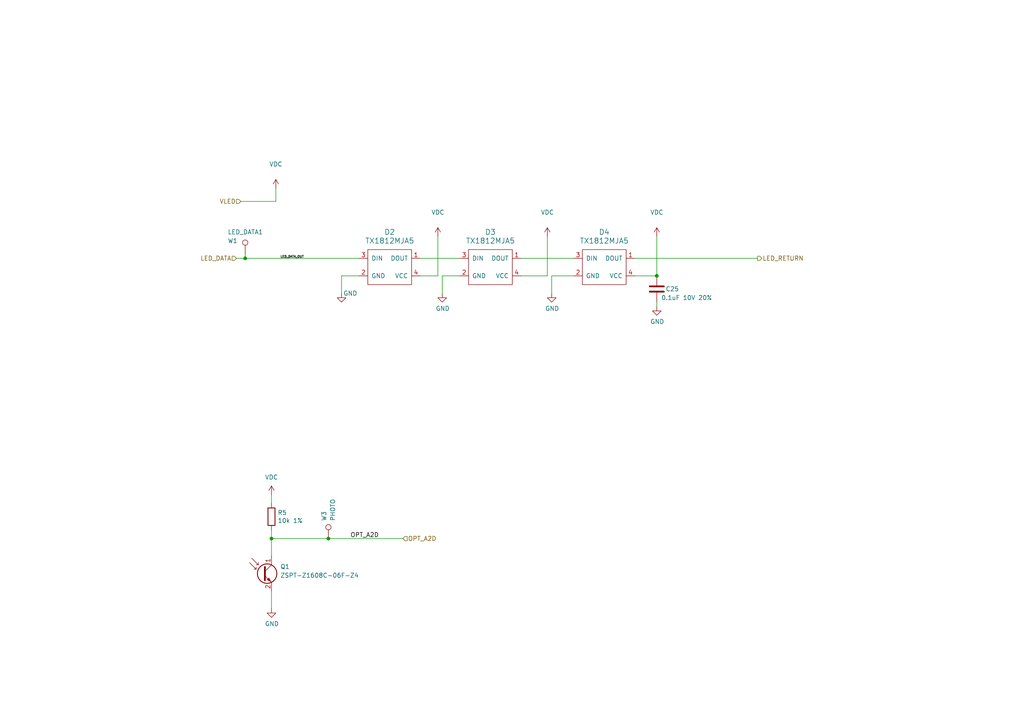
<source format=kicad_sch>
(kicad_sch (version 20250114) (generator "eeschema") (generator_version "9.0")
  (paper "A4")
  (title_block (title "Pixels D20 Schematic, Main") (date "2022-08-26") (rev "13") (company "Systemic Games, LLC") (comment 1 "LED Chain"))
  (lib_symbols
    (symbol "Device:C" (pin_numbers (hide yes)) (pin_names (offset 0.254))
      (property "Reference" "C" (at 0.635 2.54 0))
      (property "Value" "C" (at 0.635 -2.54 0))
      (symbol "C_0_1"
        (polyline (pts (xy -2.032 0.762) (xy 2.032 0.762)) (stroke (width 0.508)))
        (polyline (pts (xy -2.032 -0.762) (xy 2.032 -0.762)) (stroke (width 0.508)))
      )
      (symbol "C_1_1"
        (pin passive line (at 0 3.81 270) (length 2.794) (name "~") (number "1"))
        (pin passive line (at 0 -3.81 90) (length 2.794) (name "~") (number "2"))
      )
    )
    (symbol "Device:Q_Photo_NPN" (pin_names (offset 0) (hide yes))
      (property "Reference" "Q" (at 5.08 1.27 0))
      (property "Value" "Q_Photo_NPN" (at 5.08 -1.27 0))
      (symbol "Q_Photo_NPN_0_1"
        (polyline (pts (xy -3.81 3.175) (xy -1.905 1.27) (xy -1.905 1.905)))
        (polyline (pts (xy -3.175 4.445) (xy -1.27 2.54) (xy -1.27 3.175)))
        (polyline (pts (xy -1.905 1.27) (xy -2.54 1.27)))
        (polyline (pts (xy -1.27 2.54) (xy -1.905 2.54)))
        (polyline (pts (xy 0.635 1.905) (xy 0.635 -1.905) (xy 0.635 -1.905)) (stroke (width 0.508)))
        (polyline (pts (xy 0.635 0.635) (xy 2.54 2.54)))
        (polyline (pts (xy 0.635 -0.635) (xy 2.54 -2.54) (xy 2.54 -2.54)))
        (circle (center 1.27 0) (radius 2.8194) (stroke (width 0.254)))
        (polyline (pts (xy 1.27 -1.778) (xy 1.778 -1.27) (xy 2.286 -2.286) (xy 1.27 -1.778) (xy 1.27 -1.778)) (fill (type outline)))
      )
      (symbol "Q_Photo_NPN_1_1"
        (pin passive line (at 2.54 5.08 270) (length 2.54) (name "C") (number "1"))
        (pin passive line (at 2.54 -5.08 90) (length 2.54) (name "E") (number "2"))
      )
    )
    (symbol "Device:R" (pin_numbers (hide yes)) (pin_names (offset 0))
      (property "Reference" "R" (at 2.032 0 90))
      (property "Value" "R" (at 0 0 90))
      (symbol "R_0_1"
        (rectangle (start -1.016 -2.54) (end 1.016 2.54) (stroke (width 0.254)))
      )
      (symbol "R_1_1"
        (pin passive line (at 0 3.81 270) (length 1.27) (name "~") (number "1"))
        (pin passive line (at 0 -3.81 90) (length 1.27) (name "~") (number "2"))
      )
    )
    (symbol "Pixels-dice:TEST_1P-conn" (pin_numbers (hide yes)) (pin_names (offset 0.762) (hide yes))
      (property "Reference" "W" (at 0 6.858 0))
      (property "Value" "TEST_1P-conn" (at 0 5.08 0))
      (symbol "TEST_1P-conn_0_1"
        (circle (center 0 3.302) (radius 0.762))
      )
      (symbol "TEST_1P-conn_1_1"
        (pin passive line (at 0 0 90) (length 2.54) (name "1") (number "1"))
      )
    )
    (symbol "Pixels-dice:TX1812MJA5" (pin_names (offset 1.016))
      (property "Reference" "D" (at 0 -6.35 0))
      (property "Value" "TX1812MJA5" (at 0 6.35 0))
      (symbol "TX1812MJA5_0_1"
        (rectangle (start -6.35 5.08) (end 6.35 -5.08))
      )
      (symbol "TX1812MJA5_1_1"
        (pin input line (at -8.89 2.54 0) (length 2.54) (name "DIN") (number "3"))
        (pin power_in line (at -8.89 -2.54 0) (length 2.54) (name "GND") (number "2"))
        (pin output line (at 8.89 2.54 180) (length 2.54) (name "DOUT") (number "1"))
        (pin power_in line (at 8.89 -2.54 180) (length 2.54) (name "VCC") (number "4"))
      )
    )
    (symbol "power:GND" (power) (pin_names (offset 0))
      (property "Value" "GND" (at 0 -3.81 0))
      (symbol "GND_0_1"
        (polyline (pts (xy 0 0) (xy 0 -1.27) (xy 1.27 -1.27) (xy 0 -2.54) (xy -1.27 -1.27) (xy 0 -1.27)))
      )
      (symbol "GND_1_1"
        (pin power_in line (at 0 0 270) (length 0) (hide yes) (name "GND") (number "1"))
      )
    )
    (symbol "power:VDC" (power) (pin_names (offset 0))
      (property "Value" "VDC" (at 0 6.35 0))
      (symbol "VDC_0_1"
        (polyline (pts (xy -0.762 1.27) (xy 0 2.54)))
        (polyline (pts (xy 0 2.54) (xy 0.762 1.27)))
        (polyline (pts (xy 0 0) (xy 0 2.54)))
      )
      (symbol "VDC_1_1"
        (pin power_in line (at 0 0 90) (length 0) (hide yes) (name "VDC") (number "1"))
      )
    )
  )
  (junction (at 71.12 74.93))
  (junction (at 190.5 80.01))
  (junction (at 78.74 156.21))
  (junction (at 95.25 156.21))
  (wire (pts (xy 78.74 156.21) (xy 95.25 156.21)))
  (wire (pts (xy 158.75 68.58) (xy 158.75 80.01)))
  (wire (pts (xy 78.74 171.45) (xy 78.74 176.53)))
  (wire (pts (xy 78.74 153.67) (xy 78.74 156.21)))
  (wire (pts (xy 78.74 143.51) (xy 78.74 146.05)))
  (wire (pts (xy 151.13 74.93) (xy 166.37 74.93)))
  (wire (pts (xy 128.27 85.09) (xy 128.27 80.01)))
  (wire (pts (xy 160.02 80.01) (xy 166.37 80.01)))
  (wire (pts (xy 71.12 74.93) (xy 104.14 74.93)))
  (wire (pts (xy 160.02 80.01) (xy 160.02 85.09)))
  (wire (pts (xy 151.13 80.01) (xy 158.75 80.01)))
  (wire (pts (xy 99.06 80.01) (xy 99.06 85.09)))
  (wire (pts (xy 80.01 58.42) (xy 80.01 54.61)))
  (wire (pts (xy 71.12 73.66) (xy 71.12 74.93)))
  (wire (pts (xy 190.5 68.58) (xy 190.5 80.01)))
  (wire (pts (xy 184.15 80.01) (xy 190.5 80.01)))
  (wire (pts (xy 184.15 74.93) (xy 219.71 74.93)))
  (wire (pts (xy 99.06 80.01) (xy 104.14 80.01)))
  (wire (pts (xy 69.85 58.42) (xy 80.01 58.42)))
  (wire (pts (xy 128.27 80.01) (xy 133.35 80.01)))
  (wire (pts (xy 68.58 74.93) (xy 71.12 74.93)))
  (wire (pts (xy 121.92 74.93) (xy 133.35 74.93)))
  (wire (pts (xy 78.74 156.21) (xy 78.74 161.29)))
  (wire (pts (xy 127 68.58) (xy 127 80.01)))
  (wire (pts (xy 190.5 87.63) (xy 190.5 88.9)))
  (wire (pts (xy 95.25 156.21) (xy 116.84 156.21)))
  (wire (pts (xy 121.92 80.01) (xy 127 80.01)))
  (label "LED_DATA_OUT" (at 81.28 74.93 0) (effects (font (size 0.635 0.635))))
  (label "OPT_A2D" (at 101.6 156.21 0))
  (hierarchical_label "LED_RETURN" (shape output) (at 219.71 74.93 0))
  (hierarchical_label "OPT_A2D" (shape input) (at 116.84 156.21 0))
  (hierarchical_label "LED_DATA" (shape input) (at 68.58 74.93 180))
  (hierarchical_label "VLED" (shape input) (at 69.85 58.42 180))
  (symbol (lib_id "power:VDC") (at 80.01 54.61 0) (unit 1)
    (property "Reference" "#PWR0102" (effects (hide yes)))
    (property "Value" "VDC" (at 80.01 47.625 0))
  )
  (symbol (lib_id "power:VDC") (at 127 68.58 0) (unit 1)
    (property "Reference" "#PWR0103" (effects (hide yes)))
    (property "Value" "VDC" (at 127 61.595 0))
  )
  (symbol (lib_id "power:VDC") (at 158.75 68.58 0) (unit 1)
    (property "Reference" "#PWR0104" (effects (hide yes)))
    (property "Value" "VDC" (at 158.75 61.595 0))
  )
  (symbol (lib_id "power:GND") (at 99.06 85.09 0) (unit 1)
    (property "Reference" "#PWR0105" (effects (hide yes)))
    (property "Value" "GND" (at 101.6 85.09 0))
  )
  (symbol (lib_id "power:GND") (at 128.27 85.09 0) (unit 1)
    (property "Reference" "#PWR0106" (effects (hide yes)))
    (property "Value" "GND" (at 128.397 89.4842 0))
  )
  (symbol (lib_id "power:VDC") (at 190.5 68.58 0) (unit 1)
    (property "Reference" "#PWR0139" (effects (hide yes)))
    (property "Value" "VDC" (at 190.5 61.595 0))
  )
  (symbol (lib_id "Device:C") (at 190.5 83.82 0) (unit 1)
    (property "Reference" "C25" (at 193.04 83.82 0) (effects (justify left)))
    (property "Value" "0.1uF 10V 20%" (at 191.77 86.36 0) (effects (justify left)))
    (property "Footprint" "Capacitor_SMD:C_0201_0603Metric" (effects (hide yes)))
    (property "Generic OK" "YES" (effects (hide yes)))
    (property "Manufacturer" "HRE" (effects (hide yes)))
    (property "LCSC Part #" "C6119757" (effects (hide yes)))
    (property "Part Number" "CGA0201X5R104K100ET" (effects (hide yes)))
  )
  (symbol (lib_id "Device:R") (at 78.74 149.86 0) (unit 1)
    (property "Reference" "R5" (at 80.518 148.6916 0) (effects (justify left)))
    (property "Value" "10k 1%" (at 80.518 151.003 0) (effects (justify left)))
    (property "Footprint" "Resistor_SMD:R_0201_0603Metric" (effects (hide yes)))
    (property "Generic OK" "YES" (effects (hide yes)))
    (property "Manufacturer" "UNI-ROYAL(Uniroyal Elec)" (effects (hide yes)))
    (property "Part Number" "0201WMF1002TEE" (effects (hide yes)))
    (property "LCSC Part #" "C473048" (effects (hide yes)))
  )
  (symbol (lib_id "power:VDC") (at 78.74 143.51 0) (unit 1)
    (property "Reference" "#PWR072" (effects (hide yes)))
    (property "Value" "VDC" (at 78.74 138.43 0))
    (property "Description" "Power symbol creates a global label with name \"VDC\"" (effects (hide yes)))
  )
  (symbol (lib_id "Pixels-dice:TX1812MJA5") (at 175.26 77.47 0) (unit 1)
    (property "Reference" "D4" (at 175.26 67.31 0) (effects (font (size 1.524 1.524))))
    (property "Value" "TX1812MJA5" (at 175.26 69.85 0) (effects (font (size 1.524 1.524))))
    (property "Footprint" "Pixels-dice:TX1812MWCA5-F01" (effects (hide yes)))
    (property "Manufacturer" "TCWIN" (effects (hide yes)))
    (property "Part Number" "TX1812MJA5-F01" (effects (hide yes)))
  )
  (symbol (lib_id "Pixels-dice:TEST_1P-conn") (at 95.25 156.21 0) (unit 1) (in_bom no)
    (property "Reference" "W3" (at 93.98 151.13 90) (effects (justify left)))
    (property "Value" "PHOTO" (at 96.52 151.13 90) (effects (justify left)))
    (property "Footprint" "Pixels-dice:TEST_PIN" (effects (hide yes)))
    (property "Generic OK" "N/A" (effects (hide yes)))
  )
  (symbol (lib_id "Pixels-dice:TX1812MJA5") (at 142.24 77.47 0) (unit 1)
    (property "Reference" "D3" (at 142.24 67.31 0) (effects (font (size 1.524 1.524))))
    (property "Value" "TX1812MJA5" (at 142.24 69.85 0) (effects (font (size 1.524 1.524))))
    (property "Footprint" "Pixels-dice:TX1812MWCA5-F01" (effects (hide yes)))
    (property "Manufacturer" "TCWIN" (effects (hide yes)))
    (property "Part Number" "TX1812MJA5-F01" (effects (hide yes)))
  )
  (symbol (lib_id "Pixels-dice:TX1812MJA5") (at 113.03 77.47 0) (unit 1)
    (property "Reference" "D2" (at 113.03 67.31 0) (effects (font (size 1.524 1.524))))
    (property "Value" "TX1812MJA5" (at 113.03 69.85 0) (effects (font (size 1.524 1.524))))
    (property "Footprint" "Pixels-dice:TX1812MWCA5-F01" (effects (hide yes)))
    (property "Manufacturer" "TCWIN" (effects (hide yes)))
    (property "Part Number" "TX1812MJA5-F01" (effects (hide yes)))
  )
  (symbol (lib_id "Device:Q_Photo_NPN") (at 76.2 166.37 0) (unit 1)
    (property "Reference" "Q1" (at 81.28 164.3506 0) (effects (justify left)))
    (property "Value" "ZSPT-Z1608C-06F-Z4" (at 81.28 166.8906 0) (effects (justify left)))
    (property "Footprint" "Diode_SMD:D_0603_1608Metric" (effects (hide yes)))
    (property "Description" "NPN phototransistor, collector/emitter" (effects (hide yes)))
    (property "Manufacturer" "Chau Light" (effects (hide yes)))
    (property "Part Number" "ZSPT-Z1608C-06F-Z4" (effects (hide yes)))
    (property "LCSC Part #" "C5337512" (effects (hide yes)))
  )
  (symbol (lib_id "power:GND") (at 160.02 85.09 0) (unit 1)
    (property "Reference" "#PWR047" (effects (hide yes)))
    (property "Value" "GND" (at 160.147 89.4842 0))
  )
  (symbol (lib_id "power:GND") (at 190.5 88.9 0) (unit 1)
    (property "Reference" "#PWR055" (effects (hide yes)))
    (property "Value" "GND" (at 190.627 93.2942 0))
  )
  (symbol (lib_id "power:GND") (at 78.74 176.53 0) (unit 1)
    (property "Reference" "#PWR073" (effects (hide yes)))
    (property "Value" "GND" (at 78.867 180.9242 0))
  )
  (symbol (lib_id "Pixels-dice:TEST_1P-conn") (at 71.12 73.66 0) (unit 1) (in_bom no)
    (property "Reference" "W1" (at 66.04 69.85 0) (effects (justify left)))
    (property "Value" "LED_DATA1" (at 66.04 67.31 0) (effects (justify left)))
    (property "Footprint" "Pixels-dice:TEST_PIN" (effects (hide yes)))
    (property "Generic OK" "N/A" (effects (hide yes)))
  )
)
</source>
